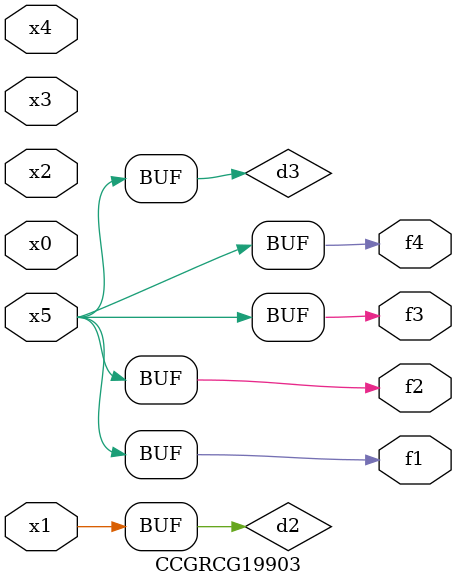
<source format=v>
module CCGRCG19903(
	input x0, x1, x2, x3, x4, x5,
	output f1, f2, f3, f4
);

	wire d1, d2, d3;

	not (d1, x5);
	or (d2, x1);
	xnor (d3, d1);
	assign f1 = d3;
	assign f2 = d3;
	assign f3 = d3;
	assign f4 = d3;
endmodule

</source>
